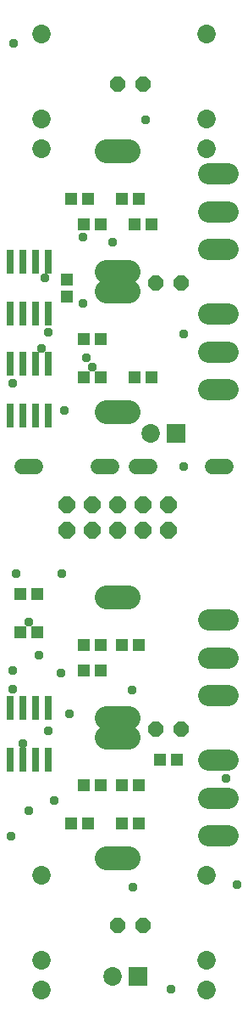
<source format=gts>
G04 EAGLE Gerber RS-274X export*
G75*
%MOMM*%
%FSLAX34Y34*%
%LPD*%
%INTop Solder Mask*%
%IPPOS*%
%AMOC8*
5,1,8,0,0,1.08239X$1,22.5*%
G01*
%ADD10C,2.387600*%
%ADD11C,2.153200*%
%ADD12R,1.303200X1.203200*%
%ADD13R,1.854200X1.854200*%
%ADD14C,1.854200*%
%ADD15C,1.524000*%
%ADD16R,0.803200X2.403200*%
%ADD17P,1.649562X8X202.500000*%
%ADD18P,1.649562X8X22.500000*%
%ADD19P,1.759533X8X202.500000*%
%ADD20R,1.203200X1.303200*%
%ADD21C,1.853200*%
%ADD22C,0.959600*%


D10*
X137414Y720352D02*
X115570Y720352D01*
X116078Y600194D02*
X137922Y600194D01*
D11*
X217250Y660400D02*
X236750Y660400D01*
X236750Y622900D02*
X217250Y622900D01*
X217250Y697900D02*
X236750Y697900D01*
D10*
X137414Y275852D02*
X115570Y275852D01*
X116078Y155694D02*
X137922Y155694D01*
D11*
X217250Y215900D02*
X236750Y215900D01*
X236750Y178400D02*
X217250Y178400D01*
X217250Y253400D02*
X236750Y253400D01*
D12*
X29600Y419100D03*
X46600Y419100D03*
X29600Y381000D03*
X46600Y381000D03*
D13*
X147120Y38100D03*
D14*
X122120Y38100D03*
D13*
X185220Y579120D03*
D14*
X160220Y579120D03*
D15*
X221996Y546100D02*
X235204Y546100D01*
X159004Y546100D02*
X145796Y546100D01*
X120904Y546100D02*
X107696Y546100D01*
X44704Y546100D02*
X31496Y546100D01*
D16*
X31750Y697900D03*
X31750Y749900D03*
X19050Y697900D03*
X44450Y697900D03*
X57150Y697900D03*
X19050Y749900D03*
X44450Y749900D03*
X57150Y749900D03*
X31750Y596300D03*
X31750Y648300D03*
X19050Y596300D03*
X44450Y596300D03*
X57150Y596300D03*
X19050Y648300D03*
X44450Y648300D03*
X57150Y648300D03*
X31750Y253400D03*
X31750Y305400D03*
X19050Y253400D03*
X44450Y253400D03*
X57150Y253400D03*
X19050Y305400D03*
X44450Y305400D03*
X57150Y305400D03*
D17*
X152400Y927100D03*
X127000Y927100D03*
D18*
X127000Y88900D03*
X152400Y88900D03*
D10*
X137414Y860052D02*
X115570Y860052D01*
X116078Y739894D02*
X137922Y739894D01*
D11*
X217250Y800100D02*
X236750Y800100D01*
X236750Y762600D02*
X217250Y762600D01*
X217250Y837600D02*
X236750Y837600D01*
D10*
X137414Y415552D02*
X115570Y415552D01*
X116078Y295394D02*
X137922Y295394D01*
D11*
X217250Y355600D02*
X236750Y355600D01*
X236750Y318100D02*
X217250Y318100D01*
X217250Y393100D02*
X236750Y393100D01*
D19*
X177800Y482600D03*
X177800Y508000D03*
X152400Y482600D03*
X152400Y508000D03*
X127000Y482600D03*
X127000Y508000D03*
X101600Y482600D03*
X101600Y508000D03*
X76200Y482600D03*
X76200Y508000D03*
D17*
X190500Y728980D03*
X165100Y728980D03*
D20*
X93100Y342900D03*
X110100Y342900D03*
X80400Y190500D03*
X97400Y190500D03*
X131200Y190500D03*
X148200Y190500D03*
X169300Y254000D03*
X186300Y254000D03*
X131200Y228600D03*
X148200Y228600D03*
D18*
X165100Y284480D03*
X190500Y284480D03*
D20*
X93100Y228600D03*
X110100Y228600D03*
X131200Y368300D03*
X148200Y368300D03*
X93100Y368300D03*
X110100Y368300D03*
X93100Y787400D03*
X110100Y787400D03*
X80400Y812800D03*
X97400Y812800D03*
X143900Y787400D03*
X160900Y787400D03*
D12*
X76200Y715400D03*
X76200Y732400D03*
D20*
X110100Y673100D03*
X93100Y673100D03*
X131200Y812800D03*
X148200Y812800D03*
X143900Y635000D03*
X160900Y635000D03*
X93100Y635000D03*
X110100Y635000D03*
D21*
X215900Y977100D03*
X215900Y892100D03*
X215900Y862100D03*
X215900Y138900D03*
X215900Y53900D03*
X215900Y23900D03*
X50800Y138900D03*
X50800Y53900D03*
X50800Y23900D03*
X50800Y977100D03*
X50800Y892100D03*
X50800Y862100D03*
D22*
X48260Y358140D03*
X25400Y439420D03*
X71120Y439420D03*
X78740Y299720D03*
X20320Y177800D03*
X142240Y127000D03*
X180340Y25400D03*
X193040Y546100D03*
X193040Y678180D03*
X121920Y769620D03*
X154940Y891540D03*
X22860Y967740D03*
X73660Y601980D03*
X92075Y708025D03*
X92075Y774700D03*
X95250Y654050D03*
X53975Y733425D03*
X22225Y323850D03*
X22225Y342900D03*
X38100Y203200D03*
X57150Y282575D03*
X57150Y679450D03*
X38100Y390525D03*
X22225Y628650D03*
X101600Y644525D03*
X31750Y269875D03*
X63500Y212725D03*
X234950Y234950D03*
X141605Y323215D03*
X50800Y663575D03*
X69850Y339725D03*
X246380Y129540D03*
M02*

</source>
